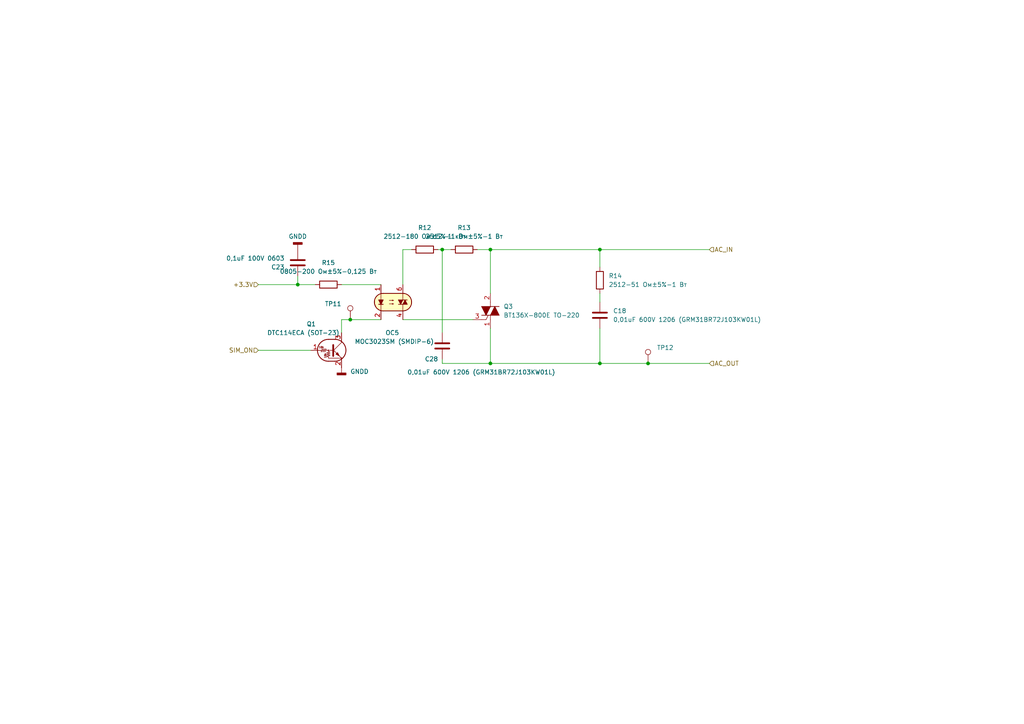
<source format=kicad_sch>
(kicad_sch (version 20230121) (generator eeschema)
  (paper "A4")
  (lib_symbols
    (symbol "Connector:TestPoint" (pin_numbers hide) (pin_names (offset 0.762) hide)
      (property "Reference" "TP" (at 0 6.858 0))
      (property "Value" "TestPoint" (at 0 5.08 0))
      (symbol "TestPoint_0_1"
        (circle (center 0 3.302) (radius 0.762))
      )
      (symbol "TestPoint_1_1"
        (pin passive line (at 0 0 90) (length 2.54) (name "1") (number "1"))
      )
    )
    (symbol "Device:C" (pin_numbers hide) (pin_names (offset 0.254))
      (property "Reference" "C" (at 0.635 2.54 0))
      (property "Value" "C" (at 0.635 -2.54 0))
      (symbol "C_0_1"
        (polyline (pts (xy -2.032 -0.762) (xy 2.032 -0.762)) (stroke (width 0.508)))
        (polyline (pts (xy -2.032 0.762) (xy 2.032 0.762)) (stroke (width 0.508)))
      )
      (symbol "C_1_1"
        (pin passive line (at 0 3.81 270) (length 2.794) (name "~") (number "1"))
        (pin passive line (at 0 -3.81 90) (length 2.794) (name "~") (number "2"))
      )
    )
    (symbol "Device:R" (pin_numbers hide) (pin_names (offset 0))
      (property "Reference" "R" (at 2.032 0 90))
      (property "Value" "R" (at 0 0 90))
      (symbol "R_0_1"
        (rectangle (start -1.016 -2.54) (end 1.016 2.54) (stroke (width 0.254)))
      )
      (symbol "R_1_1"
        (pin passive line (at 0 3.81 270) (length 1.27) (name "~") (number "1"))
        (pin passive line (at 0 -3.81 90) (length 1.27) (name "~") (number "2"))
      )
    )
    (symbol "PCM_Optocoupler_Triac_AKL:MOC3021M" (pin_names (offset 1.016))
      (property "Reference" "OC" (at 7.62 1.27 0))
      (property "Value" "MOC3021M" (at 7.62 -1.27 0))
      (symbol "MOC3021M_0_1"
        (arc (start -1.9275 2.54) (mid -4.4451 0) (end -1.9275 -2.54) (stroke (width 0.254)))
        (polyline (pts (xy -3.175 -0.635) (xy -1.905 -0.635)) (stroke (width 0.254)))
        (polyline (pts (xy -1.905 2.54) (xy 3.81 2.54)) (stroke (width 0.254)))
        (polyline (pts (xy 3.81 -2.54) (xy -1.905 -2.54)) (stroke (width 0.254)))
        (polyline (pts (xy 3.81 -0.635) (xy 3.81 -2.54)) (stroke (width 0.1524)))
        (polyline (pts (xy 3.81 2.54) (xy 3.81 0.635)) (stroke (width 0.1524)))
        (polyline (pts (xy -2.54 -2.54) (xy -2.54 -1.27) (xy -2.54 2.54)) (stroke (width 0.1524)))
        (polyline (pts (xy -2.54 -0.635) (xy -3.175 0.635) (xy -1.905 0.635) (xy -2.54 -0.635)) (stroke (width 0.254)) (fill (type outline)))
        (polyline (pts (xy -0.127 -0.508) (xy 1.143 -0.508) (xy 0.762 -0.635) (xy 0.762 -0.381) (xy 1.143 -0.508)))
        (polyline (pts (xy -0.127 0.508) (xy 1.143 0.508) (xy 0.762 0.381) (xy 0.762 0.635) (xy 1.143 0.508)))
        (polyline (pts (xy -1.27 2.54) (xy 3.937 2.54) (xy 4.699 2.413) (xy 5.08 2.159) (xy 5.461 1.905) (xy 5.969 1.397) (xy 6.223 0.635) (xy 6.35 0) (xy 6.223 -0.762) (xy 5.842 -1.524) (xy 5.207 -2.159) (xy 4.191 -2.54) (xy -2.54 -2.54) (xy -2.54 -2.54) (xy -3.302 -2.032) (xy -3.81 -1.778) (xy -4.318 -0.508) (xy -4.318 0.254) (xy -4.318 1.016) (xy -3.81 1.778) (xy -3.048 2.286) (xy -2.286 2.54) (xy -1.27 2.54)) (stroke (width 0.01)) (fill (type background)))
        (arc (start 3.8325 -2.54) (mid 6.3501 0) (end 3.8325 2.54) (stroke (width 0.254)))
      )
      (symbol "MOC3021M_1_1"
        (polyline (pts (xy 2.54 -0.635) (xy 5.08 -0.635)) (stroke (width 0.2032)))
        (polyline (pts (xy 2.54 0.635) (xy 5.08 0.635)) (stroke (width 0.2032)))
        (polyline (pts (xy 2.54 0.635) (xy 3.175 -0.635) (xy 3.81 0.635)) (stroke (width 0.2032)) (fill (type outline)))
        (polyline (pts (xy 3.81 -0.635) (xy 4.445 0.635) (xy 5.08 -0.635)) (stroke (width 0.2032)) (fill (type outline)))
        (pin passive line (at -2.54 5.08 270) (length 2.54) (name "~") (number "1"))
        (pin passive line (at -2.54 -5.08 90) (length 2.54) (name "~") (number "2"))
        (pin no_connect line (at -1.27 0 0) (length 2.54) hide (name "NC") (number "3"))
        (pin passive line (at 3.81 -5.08 90) (length 2.54) (name "~") (number "4"))
        (pin no_connect line (at 3.81 0 180) (length 2.54) hide (name "NC") (number "5"))
        (pin passive line (at 3.81 5.08 270) (length 2.54) (name "~") (number "6"))
      )
    )
    (symbol "PCM_Triac_AKL:BT136X-800E" (pin_names (offset 0.002) hide)
      (property "Reference" "Q" (at 3.175 0.635 0))
      (property "Value" "BT136X-800E" (at 3.175 -1.27 0))
      (symbol "BT136X-800E_0_1"
        (polyline (pts (xy -2.54 -2.54) (xy -1.27 -2.54)) (stroke (width 0.1524)))
        (polyline (pts (xy -2.54 -1.27) (xy 2.54 -1.27)) (stroke (width 0.2032)))
        (polyline (pts (xy -2.54 1.27) (xy 2.54 1.27)) (stroke (width 0.2032)))
        (polyline (pts (xy -1.27 -2.54) (xy -0.635 -1.27)))
        (polyline (pts (xy 0 -2.54) (xy 0 -1.27)) (stroke (width 0.1524)))
        (polyline (pts (xy 0 2.54) (xy 0 1.27)) (stroke (width 0.1524)))
        (polyline (pts (xy -2.54 1.27) (xy -1.27 -1.27) (xy 0 1.27)) (stroke (width 0.2032)) (fill (type outline)))
        (polyline (pts (xy 0 -1.27) (xy 1.27 1.27) (xy 2.54 -1.27)) (stroke (width 0.2032)) (fill (type outline)))
      )
      (symbol "BT136X-800E_1_1"
        (pin passive line (at 0 -5.08 90) (length 2.54) (name "A1") (number "1"))
        (pin passive line (at 0 5.08 270) (length 2.54) (name "A2") (number "2"))
        (pin input line (at -5.08 -2.54 0) (length 2.54) (name "G") (number "3"))
      )
    )
    (symbol "Transistor_BJT:DTC114E" (pin_names (offset 0) hide)
      (property "Reference" "Q" (at 5.08 1.905 0))
      (property "Value" "DTC114E" (at 5.08 0 0))
      (symbol "DTC114E_0_0"
        (text "10k" (at -3.302 0.889 0) (effects (font (size 0.508 0.508))))
        (text "10k" (at -2.159 -1.524 900) (effects (font (size 0.508 0.508))))
      )
      (symbol "DTC114E_0_1"
        (circle (center -1.27 0) (radius 0.127))
        (arc (start -1.27 3.175) (mid -4.4312 0) (end -1.27 -3.175) (stroke (width 0.254)))
        (polyline (pts (xy -3.429 0) (xy -3.81 0)))
        (polyline (pts (xy -1.27 -3.175) (xy 0.635 -3.175)) (stroke (width 0.254)))
        (polyline (pts (xy -1.27 3.175) (xy 0.635 3.175)) (stroke (width 0.254)))
        (polyline (pts (xy 0 -0.254) (xy 2.54 2.286)))
        (polyline (pts (xy 0.127 1.524) (xy 0.127 -1.651)) (stroke (width 0.508)) (fill (type outline)))
        (polyline (pts (xy 2.54 2.286) (xy 2.54 2.54)))
        (polyline (pts (xy 2.54 -2.286) (xy 0 0.254) (xy 0 0.254)))
        (polyline (pts (xy 0.889 -1.143) (xy 1.397 -0.635) (xy 1.905 -1.651) (xy 0.889 -1.143)) (fill (type outline)))
        (polyline (pts (xy 0 0) (xy -1.905 0) (xy -2.032 0.508) (xy -2.286 -0.508) (xy -2.54 0.508) (xy -2.794 -0.508) (xy -3.048 0.508) (xy -3.302 -0.508) (xy -3.429 0)))
        (polyline (pts (xy -1.27 0) (xy -1.27 -0.381) (xy -0.762 -0.508) (xy -1.778 -0.762) (xy -0.762 -1.016) (xy -1.778 -1.27) (xy -0.762 -1.524) (xy -1.778 -1.778) (xy -1.27 -1.905) (xy -1.27 -2.286) (xy 2.54 -2.286)))
        (arc (start 0.635 -3.175) (mid 3.7962 0) (end 0.635 3.175) (stroke (width 0.254)))
        (circle (center 2.54 -2.286) (radius 0.127))
      )
      (symbol "DTC114E_1_1"
        (pin input line (at -6.35 0 0) (length 2.54) (name "B") (number "1"))
        (pin passive line (at 2.54 -5.08 90) (length 2.54) (name "E") (number "2"))
        (pin passive line (at 2.54 5.08 270) (length 2.54) (name "C") (number "3"))
      )
    )
    (symbol "power:GNDD" (power) (pin_numbers hide) (pin_names (offset 0) hide)
      (property "Value" "GNDD" (at 0 -3.175 0))
      (symbol "GNDD_0_1"
        (rectangle (start -1.27 -1.524) (end 1.27 -2.032) (stroke (width 0.254)) (fill (type outline)))
        (polyline (pts (xy 0 0) (xy 0 -1.524)))
      )
      (symbol "GNDD_1_1"
        (pin power_in line (at 0 0 270) (length 0) hide (name "GNDD") (number "1"))
      )
    )
  )
  (junction (at 142.24 105.41))
  (junction (at 173.99 105.41))
  (junction (at 101.6 92.71))
  (junction (at 187.96 105.41))
  (junction (at 128.27 72.39))
  (junction (at 142.24 72.39))
  (junction (at 173.99 72.39))
  (junction (at 86.36 82.55))
  (wire (pts (xy 173.99 72.39) (xy 205.74 72.39)))
  (wire (pts (xy 99.06 82.55) (xy 110.49 82.55)))
  (wire (pts (xy 116.84 82.55) (xy 116.84 72.39)))
  (wire (pts (xy 128.27 104.14) (xy 128.27 105.41)))
  (wire (pts (xy 142.24 72.39) (xy 142.24 85.09)))
  (wire (pts (xy 99.06 96.52) (xy 99.06 92.71)))
  (wire (pts (xy 86.36 82.55) (xy 74.93 82.55)))
  (wire (pts (xy 91.44 82.55) (xy 86.36 82.55)))
  (wire (pts (xy 74.93 101.6) (xy 90.17 101.6)))
  (wire (pts (xy 142.24 95.25) (xy 142.24 105.41)))
  (wire (pts (xy 86.36 80.01) (xy 86.36 82.55)))
  (wire (pts (xy 99.06 92.71) (xy 101.6 92.71)))
  (wire (pts (xy 116.84 92.71) (xy 137.16 92.71)))
  (wire (pts (xy 101.6 92.71) (xy 110.49 92.71)))
  (wire (pts (xy 173.99 105.41) (xy 187.96 105.41)))
  (wire (pts (xy 142.24 72.39) (xy 173.99 72.39)))
  (wire (pts (xy 116.84 72.39) (xy 119.38 72.39)))
  (wire (pts (xy 142.24 105.41) (xy 173.99 105.41)))
  (wire (pts (xy 128.27 72.39) (xy 128.27 96.52)))
  (wire (pts (xy 173.99 72.39) (xy 173.99 77.47)))
  (wire (pts (xy 173.99 85.09) (xy 173.99 87.63)))
  (wire (pts (xy 128.27 105.41) (xy 142.24 105.41)))
  (wire (pts (xy 127 72.39) (xy 128.27 72.39)))
  (wire (pts (xy 173.99 95.25) (xy 173.99 105.41)))
  (wire (pts (xy 128.27 72.39) (xy 130.81 72.39)))
  (wire (pts (xy 187.96 105.41) (xy 205.74 105.41)))
  (wire (pts (xy 138.43 72.39) (xy 142.24 72.39)))
  (hierarchical_label "AC_IN" (shape input) (at 205.74 72.39 0))
  (hierarchical_label "SIM_ON" (shape input) (at 74.93 101.6 180))
  (hierarchical_label "AC_OUT" (shape input) (at 205.74 105.41 0))
  (hierarchical_label "+3.3V" (shape input) (at 74.93 82.55 180))
  (symbol (lib_id "Device:C") (at 128.27 100.33 0) (unit 1)
    (property "Reference" "C28" (at 123.19 104.14 0) (effects (justify left)))
    (property "Value" "0,01uF 600V 1206 (GRM31BR72J103KW01L)" (at 118.11 107.95 0) (effects (justify left)))
    (property "Footprint" "Capacitor_SMD:C_1206_3216Metric_Pad1.33x1.80mm_HandSolder" (effects hide))
    (instances (project "Плата симистров" (path "" (reference "C28") (unit 1)) (path "" (reference "C19") (unit 1)) (path "" (reference "C22") (unit 1)) (path "" (reference "C25") (unit 1))) (project "analog_io_board" (path "" (reference "C22") (unit 1)) (path "" (reference "C25") (unit 1))))
  )
  (symbol (lib_id "Device:R") (at 95.25 82.55 90) (unit 1)
    (property "Reference" "R15" (at 95.25 76.2 90))
    (property "Value" "0805-200 Ом±5%-0,125 Вт" (at 95.25 78.74 90))
    (property "Footprint" "PCM_4ms_Resistor:R_0805_2012Metric" (effects hide))
    (instances (project "Плата симистров" (path "" (reference "R15") (unit 1)) (path "" (reference "R19") (unit 1)) (path "" (reference "R23") (unit 1)) (path "" (reference "R27") (unit 1))) (project "analog_io_board" (path "" (reference "R15") (unit 1)) (path "" (reference "R19") (unit 1))))
  )
  (symbol (lib_id "Device:R") (at 173.99 81.28 180) (unit 1)
    (property "Reference" "R14" (at 176.53 80.01 0) (effects (justify right)))
    (property "Value" "2512-51 Ом±5%-1 Вт" (at 176.53 82.55 0) (effects (justify right)))
    (property "Footprint" "PCM_Resistor_SMD_AKL:R_2512_6332Metric" (effects hide))
    (instances (project "Плата симистров" (path "" (reference "R14") (unit 1)) (path "" (reference "R18") (unit 1)) (path "" (reference "R22") (unit 1)) (path "" (reference "R26") (unit 1))) (project "analog_io_board" (path "" (reference "R14") (unit 1)) (path "" (reference "R18") (unit 1))))
  )
  (symbol (lib_id "Device:C") (at 86.36 76.2 180) (unit 1)
    (property "Reference" "C23" (at 82.55 77.47 0) (effects (justify left)))
    (property "Value" "0,1uF 100V 0603" (at 82.55 74.93 0) (effects (justify left)))
    (property "Footprint" "Capacitor_SMD:C_0603_1608Metric_Pad1.08x0.95mm_HandSolder" (effects hide))
    (instances (project "Плата симистров" (path "" (reference "C23") (unit 1)) (path "" (reference "C17") (unit 1)) (path "" (reference "C20") (unit 1)) (path "" (reference "C23") (unit 1)) (path "" (reference "C26") (unit 1))) (project "analog_io_board" (path "" (reference "C20") (unit 1)) (path "" (reference "C23") (unit 1))))
  )
  (symbol (lib_id "Connector:TestPoint") (at 101.6 92.71 0) (mirror y) (unit 1) (in_bom no)
    (property "Reference" "TP11" (at 99.06 88.138 0) (effects (justify left)))
    (property "Value" "TestPoint" (effects hide))
    (property "Footprint" "PCM_4ms_TestPoint:TestPoint_D1" (effects hide))
    (instances (project "Плата симистров" (path "" (reference "TP11") (unit 1)) (path "" (reference "TP13") (unit 1)) (path "" (reference "TP15") (unit 1)) (path "" (reference "TP17") (unit 1))) (project "Плата внешних шаговых двигателей" (path "" (reference "TP21") (unit 1)) (path "" (reference "TP5") (unit 1))) (project "analog_io_board" (path "" (reference "TP21") (unit 1)) (path "" (reference "TP23") (unit 1))))
  )
  (symbol (lib_id "Connector:TestPoint") (at 187.96 105.41 0) (unit 1) (in_bom no)
    (property "Reference" "TP12" (at 190.5 100.838 0) (effects (justify left)))
    (property "Value" "TestPoint" (effects hide))
    (property "Footprint" "PCM_4ms_TestPoint:TestPoint_D1" (effects hide))
    (instances (project "Плата симистров" (path "" (reference "TP12") (unit 1)) (path "" (reference "TP14") (unit 1)) (path "" (reference "TP16") (unit 1)) (path "" (reference "TP18") (unit 1))) (project "Плата внешних шаговых двигателей" (path "" (reference "TP21") (unit 1)) (path "" (reference "TP5") (unit 1))) (project "analog_io_board" (path "" (reference "TP22") (unit 1)) (path "" (reference "TP24") (unit 1))))
  )
  (symbol (lib_id "Transistor_BJT:DTC114E") (at 96.52 101.6 0) (unit 1)
    (property "Reference" "Q1" (at 88.9 93.98 0) (effects (justify left)))
    (property "Value" "DTC114ECA (SOT-23)" (at 77.47 96.52 0) (effects (justify left)))
    (property "Footprint" "Package_TO_SOT_SMD:SOT-23" (effects hide))
    (instances (project "Плата симистров" (path "" (reference "Q1") (unit 1)) (path "" (reference "Q4") (unit 1)) (path "" (reference "Q6") (unit 1)) (path "" (reference "Q8") (unit 1)) (path "" (reference "Q10") (unit 1))) (project "Плата внешних шаговых двигателей" (path "" (reference "Q4") (unit 1))) (project "analog_io_board" (path "" (reference "Q4") (unit 1)) (path "" (reference "Q6") (unit 1))))
  )
  (symbol (lib_id "Device:C") (at 173.99 91.44 0) (unit 1)
    (property "Reference" "C18" (at 177.8 90.17 0) (effects (justify left)))
    (property "Value" "0,01uF 600V 1206 (GRM31BR72J103KW01L)" (at 177.8 92.71 0) (effects (justify left)))
    (property "Footprint" "Capacitor_SMD:C_1206_3216Metric_Pad1.33x1.80mm_HandSolder" (effects hide))
    (instances (project "Плата симистров" (path "" (reference "C18") (unit 1)) (path "" (reference "C21") (unit 1)) (path "" (reference "C24") (unit 1)) (path "" (reference "C27") (unit 1))) (project "analog_io_board" (path "" (reference "C21") (unit 1)) (path "" (reference "C24") (unit 1))))
  )
  (symbol (lib_id "Device:R") (at 123.19 72.39 270) (unit 1)
    (property "Reference" "R12" (at 123.19 66.04 90))
    (property "Value" "2512-180 Ом±5%-1 Вт" (at 123.19 68.58 90))
    (property "Footprint" "PCM_Resistor_SMD_AKL:R_2512_6332Metric" (effects hide))
    (instances (project "Плата симистров" (path "" (reference "R12") (unit 1)) (path "" (reference "R16") (unit 1)) (path "" (reference "R20") (unit 1)) (path "" (reference "R24") (unit 1))) (project "analog_io_board" (path "" (reference "R12") (unit 1)) (path "" (reference "R16") (unit 1))))
  )
  (symbol (lib_id "Device:R") (at 134.62 72.39 270) (unit 1)
    (property "Reference" "R13" (at 134.62 66.04 90))
    (property "Value" "2512-1 кОм±5%-1 Вт" (at 134.62 68.58 90))
    (property "Footprint" "PCM_Resistor_SMD_AKL:R_2512_6332Metric" (effects hide))
    (instances (project "Плата симистров" (path "" (reference "R13") (unit 1)) (path "" (reference "R17") (unit 1)) (path "" (reference "R21") (unit 1)) (path "" (reference "R25") (unit 1))) (project "analog_io_board" (path "" (reference "R13") (unit 1)) (path "" (reference "R17") (unit 1))))
  )
  (symbol (lib_id "power:GNDD") (at 99.06 106.68 0) (unit 1)
    (property "Reference" "#PWR021" (effects hide))
    (property "Value" "GNDD" (at 101.6 107.7595 0) (effects (justify left)))
    (instances (project "Плата симистров" (path "" (reference "#PWR021") (unit 1)) (path "" (reference "#PWR036") (unit 1)) (path "" (reference "#PWR037") (unit 1)) (path "" (reference "#PWR038") (unit 1)) (path "" (reference "#PWR039") (unit 1))) (project "Плата внешних шаговых двигателей" (path "" (reference "#PWR014") (unit 1))) (project "analog_io_board" (path "" (reference "#PWR071") (unit 1)) (path "" (reference "#PWR073") (unit 1))))
  )
  (symbol (lib_id "power:GNDD") (at 86.36 72.39 180) (unit 1)
    (property "Reference" "#PWR049" (effects hide))
    (property "Value" "GNDD" (at 86.36 68.58 0))
    (instances (project "Плата симистров" (path "" (reference "#PWR049") (unit 1)) (path "" (reference "#PWR052") (unit 1)) (path "" (reference "#PWR053") (unit 1)) (path "" (reference "#PWR054") (unit 1)) (path "" (reference "#PWR055") (unit 1))) (project "analog_io_board" (path "" (reference "#PWR070") (unit 1)) (path "" (reference "#PWR072") (unit 1))))
  )
  (symbol (lib_id "PCM_Triac_AKL:BT136X-800E") (at 142.24 90.17 0) (unit 1)
    (property "Reference" "Q3" (at 146.05 88.9 0) (effects (justify left)))
    (property "Value" "BT136X-800E TO-220" (at 146.05 91.44 0) (effects (justify left)))
    (property "Footprint" "Package_TO_SOT_THT:TO-220-3_Horizontal_TabDown" (effects hide))
    (property "Datasheet" "https://www.tme.eu/Document/8448a13c031e8e6c7b7cf9e4d314df0a/BT136X-800E.pdf" (effects hide))
    (instances (project "analog_io_board" (path "" (reference "Q3") (unit 1)) (path "" (reference "Q3") (unit 1)) (path "" (reference "Q5") (unit 1))))
  )
  (symbol (lib_id "PCM_Optocoupler_Triac_AKL:MOC3021M") (at 113.03 87.63 0) (unit 1)
    (property "Reference" "OC5" (at 111.76 96.52 0) (effects (justify left)))
    (property "Value" "MOC3023SM (SMDIP-6)" (at 102.87 99.06 0) (effects (justify left)))
    (property "Footprint" "Package_DIP:SMDIP-6_W9.53mm" (effects hide))
    (property "Datasheet" "https://www.tme.eu/Document/4c07e045ed4ac191018a957800b78b20/MOC3023M.pdf" (effects hide))
    (instances (project "Плата симистров" (path "" (reference "OC5") (unit 1)) (path "" (reference "OC2") (unit 1)) (path "" (reference "OC3") (unit 1)) (path "" (reference "OC4") (unit 1))) (project "analog_io_board" (path "" (reference "OC1") (unit 1)) (path "" (reference "OC2") (unit 1))))
  )
)
</source>
